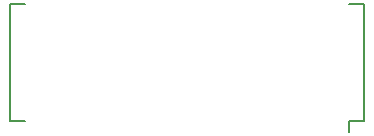
<source format=gbo>
G04 #@! TF.FileFunction,Legend,Bot*
%FSLAX46Y46*%
G04 Gerber Fmt 4.6, Leading zero omitted, Abs format (unit mm)*
G04 Created by KiCad (PCBNEW 4.0.5+dfsg1-4) date Sat Mar 17 17:37:26 2018*
%MOMM*%
%LPD*%
G01*
G04 APERTURE LIST*
%ADD10C,0.100000*%
%ADD11C,0.150000*%
G04 APERTURE END LIST*
D10*
D11*
X144535000Y-88511000D02*
X143265000Y-88511000D01*
X144535000Y-78621000D02*
X143265000Y-78621000D01*
X114545000Y-78621000D02*
X115815000Y-78621000D01*
X114545000Y-88511000D02*
X115815000Y-88511000D01*
X144535000Y-88511000D02*
X144535000Y-78621000D01*
X114545000Y-88511000D02*
X114545000Y-78621000D01*
X143265000Y-88511000D02*
X143265000Y-89446000D01*
M02*

</source>
